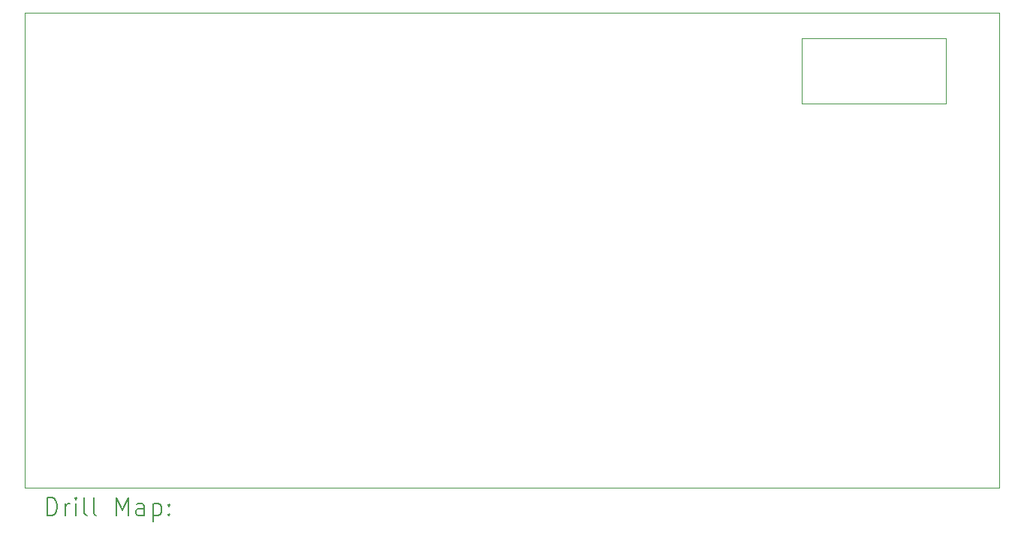
<source format=gbr>
%FSLAX45Y45*%
G04 Gerber Fmt 4.5, Leading zero omitted, Abs format (unit mm)*
G04 Created by KiCad (PCBNEW (6.0.6)) date 2022-07-25 23:31:58*
%MOMM*%
%LPD*%
G01*
G04 APERTURE LIST*
%TA.AperFunction,Profile*%
%ADD10C,0.100000*%
%TD*%
%ADD11C,0.200000*%
G04 APERTURE END LIST*
D10*
X11963400Y-2006600D02*
X10337800Y-2006600D01*
X10337800Y-2006600D02*
X10337800Y-2743200D01*
X10337800Y-2743200D02*
X11963400Y-2743200D01*
X11963400Y-2743200D02*
X11963400Y-2006600D01*
X12569000Y-7075000D02*
X1576000Y-7075000D01*
X1576000Y-7075000D02*
X1576000Y-1720000D01*
X1576000Y-1720000D02*
X12569000Y-1720000D01*
X12569000Y-1720000D02*
X12569000Y-7075000D01*
D11*
X1828619Y-7390476D02*
X1828619Y-7190476D01*
X1876238Y-7190476D01*
X1904809Y-7200000D01*
X1923857Y-7219048D01*
X1933381Y-7238095D01*
X1942905Y-7276190D01*
X1942905Y-7304762D01*
X1933381Y-7342857D01*
X1923857Y-7361905D01*
X1904809Y-7380952D01*
X1876238Y-7390476D01*
X1828619Y-7390476D01*
X2028619Y-7390476D02*
X2028619Y-7257143D01*
X2028619Y-7295238D02*
X2038143Y-7276190D01*
X2047667Y-7266667D01*
X2066714Y-7257143D01*
X2085762Y-7257143D01*
X2152429Y-7390476D02*
X2152429Y-7257143D01*
X2152429Y-7190476D02*
X2142905Y-7200000D01*
X2152429Y-7209524D01*
X2161952Y-7200000D01*
X2152429Y-7190476D01*
X2152429Y-7209524D01*
X2276238Y-7390476D02*
X2257190Y-7380952D01*
X2247667Y-7361905D01*
X2247667Y-7190476D01*
X2381000Y-7390476D02*
X2361952Y-7380952D01*
X2352429Y-7361905D01*
X2352429Y-7190476D01*
X2609571Y-7390476D02*
X2609571Y-7190476D01*
X2676238Y-7333333D01*
X2742905Y-7190476D01*
X2742905Y-7390476D01*
X2923857Y-7390476D02*
X2923857Y-7285714D01*
X2914333Y-7266667D01*
X2895286Y-7257143D01*
X2857190Y-7257143D01*
X2838143Y-7266667D01*
X2923857Y-7380952D02*
X2904809Y-7390476D01*
X2857190Y-7390476D01*
X2838143Y-7380952D01*
X2828619Y-7361905D01*
X2828619Y-7342857D01*
X2838143Y-7323809D01*
X2857190Y-7314286D01*
X2904809Y-7314286D01*
X2923857Y-7304762D01*
X3019095Y-7257143D02*
X3019095Y-7457143D01*
X3019095Y-7266667D02*
X3038143Y-7257143D01*
X3076238Y-7257143D01*
X3095286Y-7266667D01*
X3104809Y-7276190D01*
X3114333Y-7295238D01*
X3114333Y-7352381D01*
X3104809Y-7371428D01*
X3095286Y-7380952D01*
X3076238Y-7390476D01*
X3038143Y-7390476D01*
X3019095Y-7380952D01*
X3200048Y-7371428D02*
X3209571Y-7380952D01*
X3200048Y-7390476D01*
X3190524Y-7380952D01*
X3200048Y-7371428D01*
X3200048Y-7390476D01*
X3200048Y-7266667D02*
X3209571Y-7276190D01*
X3200048Y-7285714D01*
X3190524Y-7276190D01*
X3200048Y-7266667D01*
X3200048Y-7285714D01*
M02*

</source>
